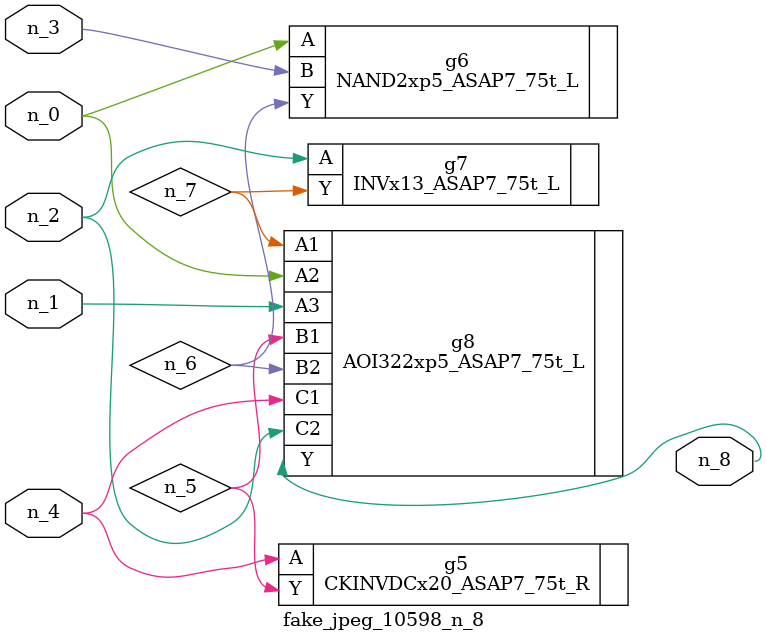
<source format=v>
module fake_jpeg_10598_n_8 (n_3, n_2, n_1, n_0, n_4, n_8);

input n_3;
input n_2;
input n_1;
input n_0;
input n_4;

output n_8;

wire n_6;
wire n_5;
wire n_7;

CKINVDCx20_ASAP7_75t_R g5 ( 
.A(n_4),
.Y(n_5)
);

NAND2xp5_ASAP7_75t_L g6 ( 
.A(n_0),
.B(n_3),
.Y(n_6)
);

INVx13_ASAP7_75t_L g7 ( 
.A(n_2),
.Y(n_7)
);

AOI322xp5_ASAP7_75t_L g8 ( 
.A1(n_7),
.A2(n_0),
.A3(n_1),
.B1(n_5),
.B2(n_6),
.C1(n_4),
.C2(n_2),
.Y(n_8)
);


endmodule
</source>
